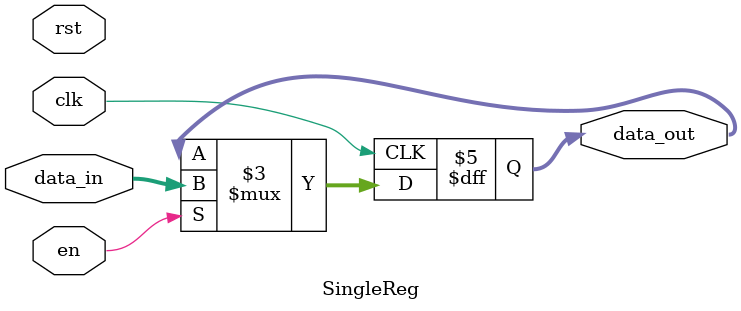
<source format=v>
`timescale 1ns / 1ps


module SingleReg(
    input clk,
    input en,
    input [4:0] data_in,
    input rst,
    output reg [4:0] data_out
  );

  always @(posedge clk)
  begin
    if (rst)
    begin
      data_out <= 5'b0;
    end
    begin
      if (en)
      begin
        data_out <= data_in;
      end
      else
      begin
        data_out <= data_out;
      end
    end

  end
endmodule

</source>
